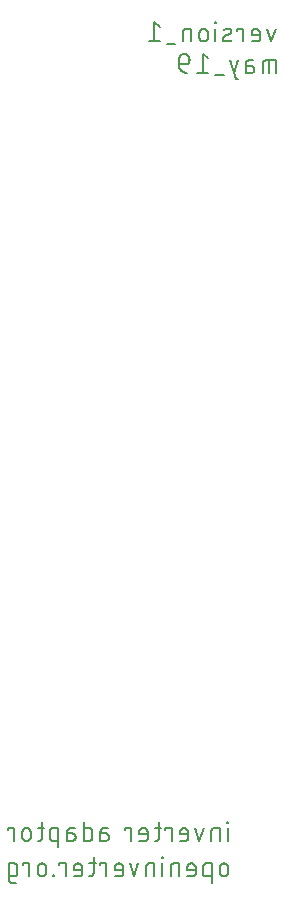
<source format=gbr>
G04 EAGLE Gerber RS-274X export*
G75*
%MOMM*%
%FSLAX34Y34*%
%LPD*%
%INSilkscreen Bottom*%
%IPPOS*%
%AMOC8*
5,1,8,0,0,1.08239X$1,22.5*%
G01*
%ADD10C,0.152400*%


D10*
X239238Y74374D02*
X239238Y77987D01*
X239236Y78106D01*
X239230Y78226D01*
X239220Y78345D01*
X239206Y78463D01*
X239189Y78582D01*
X239167Y78699D01*
X239142Y78816D01*
X239112Y78931D01*
X239079Y79046D01*
X239042Y79160D01*
X239002Y79272D01*
X238957Y79383D01*
X238909Y79492D01*
X238858Y79600D01*
X238803Y79706D01*
X238744Y79810D01*
X238682Y79912D01*
X238617Y80012D01*
X238548Y80110D01*
X238476Y80206D01*
X238401Y80299D01*
X238324Y80389D01*
X238243Y80477D01*
X238159Y80562D01*
X238072Y80644D01*
X237983Y80724D01*
X237891Y80800D01*
X237797Y80874D01*
X237700Y80944D01*
X237602Y81011D01*
X237501Y81075D01*
X237397Y81135D01*
X237292Y81192D01*
X237185Y81245D01*
X237077Y81295D01*
X236967Y81341D01*
X236855Y81383D01*
X236742Y81422D01*
X236628Y81457D01*
X236513Y81488D01*
X236396Y81516D01*
X236279Y81539D01*
X236162Y81559D01*
X236043Y81575D01*
X235924Y81587D01*
X235805Y81595D01*
X235686Y81599D01*
X235566Y81599D01*
X235447Y81595D01*
X235328Y81587D01*
X235209Y81575D01*
X235090Y81559D01*
X234973Y81539D01*
X234856Y81516D01*
X234739Y81488D01*
X234624Y81457D01*
X234510Y81422D01*
X234397Y81383D01*
X234285Y81341D01*
X234175Y81295D01*
X234067Y81245D01*
X233960Y81192D01*
X233855Y81135D01*
X233751Y81075D01*
X233650Y81011D01*
X233552Y80944D01*
X233455Y80874D01*
X233361Y80800D01*
X233269Y80724D01*
X233180Y80644D01*
X233093Y80562D01*
X233009Y80477D01*
X232928Y80389D01*
X232851Y80299D01*
X232776Y80206D01*
X232704Y80110D01*
X232635Y80012D01*
X232570Y79912D01*
X232508Y79810D01*
X232449Y79706D01*
X232394Y79600D01*
X232343Y79492D01*
X232295Y79383D01*
X232250Y79272D01*
X232210Y79160D01*
X232173Y79046D01*
X232140Y78931D01*
X232110Y78816D01*
X232085Y78699D01*
X232063Y78582D01*
X232046Y78463D01*
X232032Y78345D01*
X232022Y78226D01*
X232016Y78106D01*
X232014Y77987D01*
X232013Y77987D02*
X232013Y74374D01*
X232014Y74374D02*
X232016Y74255D01*
X232022Y74135D01*
X232032Y74016D01*
X232046Y73898D01*
X232063Y73779D01*
X232085Y73662D01*
X232110Y73545D01*
X232140Y73430D01*
X232173Y73315D01*
X232210Y73201D01*
X232250Y73089D01*
X232295Y72978D01*
X232343Y72869D01*
X232394Y72761D01*
X232449Y72655D01*
X232508Y72551D01*
X232570Y72449D01*
X232635Y72349D01*
X232704Y72251D01*
X232776Y72155D01*
X232851Y72062D01*
X232928Y71972D01*
X233009Y71884D01*
X233093Y71799D01*
X233180Y71717D01*
X233269Y71637D01*
X233361Y71561D01*
X233455Y71487D01*
X233552Y71417D01*
X233650Y71350D01*
X233751Y71286D01*
X233855Y71226D01*
X233960Y71169D01*
X234067Y71116D01*
X234175Y71066D01*
X234285Y71020D01*
X234397Y70978D01*
X234510Y70939D01*
X234624Y70904D01*
X234739Y70873D01*
X234856Y70845D01*
X234973Y70822D01*
X235090Y70802D01*
X235209Y70786D01*
X235328Y70774D01*
X235447Y70766D01*
X235566Y70762D01*
X235686Y70762D01*
X235805Y70766D01*
X235924Y70774D01*
X236043Y70786D01*
X236162Y70802D01*
X236279Y70822D01*
X236396Y70845D01*
X236513Y70873D01*
X236628Y70904D01*
X236742Y70939D01*
X236855Y70978D01*
X236967Y71020D01*
X237077Y71066D01*
X237185Y71116D01*
X237292Y71169D01*
X237397Y71226D01*
X237501Y71286D01*
X237602Y71350D01*
X237700Y71417D01*
X237797Y71487D01*
X237891Y71561D01*
X237983Y71637D01*
X238072Y71717D01*
X238159Y71799D01*
X238243Y71884D01*
X238324Y71972D01*
X238401Y72062D01*
X238476Y72155D01*
X238548Y72251D01*
X238617Y72349D01*
X238682Y72449D01*
X238744Y72551D01*
X238803Y72655D01*
X238858Y72761D01*
X238909Y72869D01*
X238957Y72978D01*
X239002Y73089D01*
X239042Y73201D01*
X239079Y73315D01*
X239112Y73430D01*
X239142Y73545D01*
X239167Y73662D01*
X239189Y73779D01*
X239206Y73898D01*
X239220Y74016D01*
X239230Y74135D01*
X239236Y74255D01*
X239238Y74374D01*
X225097Y81599D02*
X225097Y65343D01*
X225097Y81599D02*
X220581Y81599D01*
X220477Y81597D01*
X220374Y81591D01*
X220270Y81581D01*
X220167Y81567D01*
X220065Y81549D01*
X219964Y81528D01*
X219863Y81502D01*
X219764Y81473D01*
X219665Y81440D01*
X219568Y81403D01*
X219473Y81362D01*
X219379Y81318D01*
X219287Y81270D01*
X219197Y81219D01*
X219108Y81164D01*
X219022Y81106D01*
X218939Y81044D01*
X218857Y80980D01*
X218779Y80912D01*
X218703Y80842D01*
X218629Y80769D01*
X218559Y80692D01*
X218491Y80614D01*
X218427Y80532D01*
X218365Y80449D01*
X218307Y80363D01*
X218252Y80274D01*
X218201Y80184D01*
X218153Y80092D01*
X218109Y79998D01*
X218068Y79903D01*
X218031Y79806D01*
X217998Y79707D01*
X217969Y79608D01*
X217943Y79507D01*
X217922Y79406D01*
X217904Y79304D01*
X217890Y79201D01*
X217880Y79097D01*
X217874Y78994D01*
X217872Y78890D01*
X217872Y73471D01*
X217874Y73370D01*
X217880Y73269D01*
X217889Y73168D01*
X217902Y73067D01*
X217919Y72967D01*
X217940Y72868D01*
X217964Y72770D01*
X217992Y72673D01*
X218024Y72576D01*
X218059Y72481D01*
X218098Y72388D01*
X218140Y72296D01*
X218186Y72205D01*
X218235Y72116D01*
X218287Y72030D01*
X218343Y71945D01*
X218401Y71862D01*
X218463Y71782D01*
X218528Y71704D01*
X218595Y71628D01*
X218665Y71555D01*
X218738Y71485D01*
X218814Y71418D01*
X218892Y71353D01*
X218972Y71291D01*
X219055Y71233D01*
X219140Y71177D01*
X219227Y71125D01*
X219315Y71076D01*
X219406Y71030D01*
X219498Y70988D01*
X219591Y70949D01*
X219686Y70914D01*
X219783Y70882D01*
X219880Y70854D01*
X219978Y70830D01*
X220077Y70809D01*
X220177Y70792D01*
X220278Y70779D01*
X220379Y70770D01*
X220480Y70764D01*
X220581Y70762D01*
X225097Y70762D01*
X208914Y70762D02*
X204398Y70762D01*
X208914Y70762D02*
X209015Y70764D01*
X209116Y70770D01*
X209217Y70779D01*
X209318Y70792D01*
X209418Y70809D01*
X209517Y70830D01*
X209615Y70854D01*
X209712Y70882D01*
X209809Y70914D01*
X209904Y70949D01*
X209997Y70988D01*
X210089Y71030D01*
X210180Y71076D01*
X210269Y71125D01*
X210355Y71177D01*
X210440Y71233D01*
X210523Y71291D01*
X210603Y71353D01*
X210681Y71418D01*
X210757Y71485D01*
X210830Y71555D01*
X210900Y71628D01*
X210967Y71704D01*
X211032Y71782D01*
X211094Y71862D01*
X211152Y71945D01*
X211208Y72030D01*
X211260Y72116D01*
X211309Y72205D01*
X211355Y72296D01*
X211397Y72388D01*
X211436Y72481D01*
X211471Y72576D01*
X211503Y72673D01*
X211531Y72770D01*
X211555Y72868D01*
X211576Y72967D01*
X211593Y73067D01*
X211606Y73168D01*
X211615Y73269D01*
X211621Y73370D01*
X211623Y73471D01*
X211623Y77987D01*
X211622Y77987D02*
X211620Y78106D01*
X211614Y78226D01*
X211604Y78345D01*
X211590Y78463D01*
X211573Y78582D01*
X211551Y78699D01*
X211526Y78816D01*
X211496Y78931D01*
X211463Y79046D01*
X211426Y79160D01*
X211386Y79272D01*
X211341Y79383D01*
X211293Y79492D01*
X211242Y79600D01*
X211187Y79706D01*
X211128Y79810D01*
X211066Y79912D01*
X211001Y80012D01*
X210932Y80110D01*
X210860Y80206D01*
X210785Y80299D01*
X210708Y80389D01*
X210627Y80477D01*
X210543Y80562D01*
X210456Y80644D01*
X210367Y80724D01*
X210275Y80800D01*
X210181Y80874D01*
X210084Y80944D01*
X209986Y81011D01*
X209885Y81075D01*
X209781Y81135D01*
X209676Y81192D01*
X209569Y81245D01*
X209461Y81295D01*
X209351Y81341D01*
X209239Y81383D01*
X209126Y81422D01*
X209012Y81457D01*
X208897Y81488D01*
X208780Y81516D01*
X208663Y81539D01*
X208546Y81559D01*
X208427Y81575D01*
X208308Y81587D01*
X208189Y81595D01*
X208070Y81599D01*
X207950Y81599D01*
X207831Y81595D01*
X207712Y81587D01*
X207593Y81575D01*
X207474Y81559D01*
X207357Y81539D01*
X207240Y81516D01*
X207123Y81488D01*
X207008Y81457D01*
X206894Y81422D01*
X206781Y81383D01*
X206669Y81341D01*
X206559Y81295D01*
X206451Y81245D01*
X206344Y81192D01*
X206239Y81135D01*
X206135Y81075D01*
X206034Y81011D01*
X205936Y80944D01*
X205839Y80874D01*
X205745Y80800D01*
X205653Y80724D01*
X205564Y80644D01*
X205477Y80562D01*
X205393Y80477D01*
X205312Y80389D01*
X205235Y80299D01*
X205160Y80206D01*
X205088Y80110D01*
X205019Y80012D01*
X204954Y79912D01*
X204892Y79810D01*
X204833Y79706D01*
X204778Y79600D01*
X204727Y79492D01*
X204679Y79383D01*
X204634Y79272D01*
X204594Y79160D01*
X204557Y79046D01*
X204524Y78931D01*
X204494Y78816D01*
X204469Y78699D01*
X204447Y78582D01*
X204430Y78463D01*
X204416Y78345D01*
X204406Y78226D01*
X204400Y78106D01*
X204398Y77987D01*
X204398Y76181D01*
X211623Y76181D01*
X197555Y70762D02*
X197555Y81599D01*
X193039Y81599D01*
X192935Y81597D01*
X192832Y81591D01*
X192728Y81581D01*
X192625Y81567D01*
X192523Y81549D01*
X192422Y81528D01*
X192321Y81502D01*
X192222Y81473D01*
X192123Y81440D01*
X192026Y81403D01*
X191931Y81362D01*
X191837Y81318D01*
X191745Y81270D01*
X191655Y81219D01*
X191566Y81164D01*
X191480Y81106D01*
X191397Y81044D01*
X191315Y80980D01*
X191237Y80912D01*
X191161Y80842D01*
X191087Y80769D01*
X191017Y80692D01*
X190949Y80614D01*
X190885Y80532D01*
X190823Y80449D01*
X190765Y80363D01*
X190710Y80274D01*
X190659Y80184D01*
X190611Y80092D01*
X190567Y79998D01*
X190526Y79903D01*
X190489Y79806D01*
X190456Y79707D01*
X190427Y79608D01*
X190401Y79507D01*
X190380Y79406D01*
X190362Y79304D01*
X190348Y79201D01*
X190338Y79097D01*
X190332Y78994D01*
X190330Y78890D01*
X190330Y70762D01*
X183522Y70762D02*
X183522Y81599D01*
X183973Y86115D02*
X183973Y87018D01*
X183070Y87018D01*
X183070Y86115D01*
X183973Y86115D01*
X176713Y81599D02*
X176713Y70762D01*
X176713Y81599D02*
X172198Y81599D01*
X172094Y81597D01*
X171991Y81591D01*
X171887Y81581D01*
X171784Y81567D01*
X171682Y81549D01*
X171581Y81528D01*
X171480Y81502D01*
X171381Y81473D01*
X171282Y81440D01*
X171185Y81403D01*
X171090Y81362D01*
X170996Y81318D01*
X170904Y81270D01*
X170814Y81219D01*
X170725Y81164D01*
X170639Y81106D01*
X170556Y81044D01*
X170474Y80980D01*
X170396Y80912D01*
X170320Y80842D01*
X170246Y80769D01*
X170176Y80692D01*
X170108Y80614D01*
X170044Y80532D01*
X169982Y80449D01*
X169924Y80363D01*
X169869Y80274D01*
X169818Y80184D01*
X169770Y80092D01*
X169726Y79998D01*
X169685Y79903D01*
X169648Y79806D01*
X169615Y79707D01*
X169586Y79608D01*
X169560Y79507D01*
X169539Y79406D01*
X169521Y79304D01*
X169507Y79201D01*
X169497Y79097D01*
X169491Y78994D01*
X169489Y78890D01*
X169488Y78890D02*
X169488Y70762D01*
X159554Y70762D02*
X163166Y81599D01*
X155941Y81599D02*
X159554Y70762D01*
X147431Y70762D02*
X142915Y70762D01*
X147431Y70762D02*
X147532Y70764D01*
X147633Y70770D01*
X147734Y70779D01*
X147835Y70792D01*
X147935Y70809D01*
X148034Y70830D01*
X148132Y70854D01*
X148229Y70882D01*
X148326Y70914D01*
X148421Y70949D01*
X148514Y70988D01*
X148606Y71030D01*
X148697Y71076D01*
X148786Y71125D01*
X148872Y71177D01*
X148957Y71233D01*
X149040Y71291D01*
X149120Y71353D01*
X149198Y71418D01*
X149274Y71485D01*
X149347Y71555D01*
X149417Y71628D01*
X149484Y71704D01*
X149549Y71782D01*
X149611Y71862D01*
X149669Y71945D01*
X149725Y72030D01*
X149777Y72116D01*
X149826Y72205D01*
X149872Y72296D01*
X149914Y72388D01*
X149953Y72481D01*
X149988Y72576D01*
X150020Y72673D01*
X150048Y72770D01*
X150072Y72868D01*
X150093Y72967D01*
X150110Y73067D01*
X150123Y73168D01*
X150132Y73269D01*
X150138Y73370D01*
X150140Y73471D01*
X150140Y77987D01*
X150138Y78106D01*
X150132Y78226D01*
X150122Y78345D01*
X150108Y78463D01*
X150091Y78582D01*
X150069Y78699D01*
X150044Y78816D01*
X150014Y78931D01*
X149981Y79046D01*
X149944Y79160D01*
X149904Y79272D01*
X149859Y79383D01*
X149811Y79492D01*
X149760Y79600D01*
X149705Y79706D01*
X149646Y79810D01*
X149584Y79912D01*
X149519Y80012D01*
X149450Y80110D01*
X149378Y80206D01*
X149303Y80299D01*
X149226Y80389D01*
X149145Y80477D01*
X149061Y80562D01*
X148974Y80644D01*
X148885Y80724D01*
X148793Y80800D01*
X148699Y80874D01*
X148602Y80944D01*
X148504Y81011D01*
X148403Y81075D01*
X148299Y81135D01*
X148194Y81192D01*
X148087Y81245D01*
X147979Y81295D01*
X147869Y81341D01*
X147757Y81383D01*
X147644Y81422D01*
X147530Y81457D01*
X147415Y81488D01*
X147298Y81516D01*
X147181Y81539D01*
X147064Y81559D01*
X146945Y81575D01*
X146826Y81587D01*
X146707Y81595D01*
X146588Y81599D01*
X146468Y81599D01*
X146349Y81595D01*
X146230Y81587D01*
X146111Y81575D01*
X145992Y81559D01*
X145875Y81539D01*
X145758Y81516D01*
X145641Y81488D01*
X145526Y81457D01*
X145412Y81422D01*
X145299Y81383D01*
X145187Y81341D01*
X145077Y81295D01*
X144969Y81245D01*
X144862Y81192D01*
X144757Y81135D01*
X144653Y81075D01*
X144552Y81011D01*
X144454Y80944D01*
X144357Y80874D01*
X144263Y80800D01*
X144171Y80724D01*
X144082Y80644D01*
X143995Y80562D01*
X143911Y80477D01*
X143830Y80389D01*
X143753Y80299D01*
X143678Y80206D01*
X143606Y80110D01*
X143537Y80012D01*
X143472Y79912D01*
X143410Y79810D01*
X143351Y79706D01*
X143296Y79600D01*
X143245Y79492D01*
X143197Y79383D01*
X143152Y79272D01*
X143112Y79160D01*
X143075Y79046D01*
X143042Y78931D01*
X143012Y78816D01*
X142987Y78699D01*
X142965Y78582D01*
X142948Y78463D01*
X142934Y78345D01*
X142924Y78226D01*
X142918Y78106D01*
X142916Y77987D01*
X142915Y77987D02*
X142915Y76181D01*
X150140Y76181D01*
X135987Y70762D02*
X135987Y81599D01*
X130569Y81599D01*
X130569Y79793D01*
X126949Y81599D02*
X121530Y81599D01*
X125142Y87018D02*
X125142Y73471D01*
X125140Y73370D01*
X125134Y73269D01*
X125125Y73168D01*
X125112Y73067D01*
X125095Y72967D01*
X125074Y72868D01*
X125050Y72770D01*
X125022Y72673D01*
X124990Y72576D01*
X124955Y72481D01*
X124916Y72388D01*
X124874Y72296D01*
X124828Y72205D01*
X124779Y72116D01*
X124727Y72030D01*
X124671Y71945D01*
X124613Y71862D01*
X124551Y71782D01*
X124486Y71704D01*
X124419Y71628D01*
X124349Y71555D01*
X124276Y71485D01*
X124200Y71418D01*
X124122Y71353D01*
X124042Y71291D01*
X123959Y71233D01*
X123874Y71177D01*
X123787Y71125D01*
X123699Y71076D01*
X123608Y71030D01*
X123516Y70988D01*
X123423Y70949D01*
X123328Y70914D01*
X123231Y70882D01*
X123134Y70854D01*
X123036Y70830D01*
X122937Y70809D01*
X122837Y70792D01*
X122736Y70779D01*
X122635Y70770D01*
X122534Y70764D01*
X122433Y70762D01*
X121530Y70762D01*
X113042Y70762D02*
X108527Y70762D01*
X113042Y70762D02*
X113143Y70764D01*
X113244Y70770D01*
X113345Y70779D01*
X113446Y70792D01*
X113546Y70809D01*
X113645Y70830D01*
X113743Y70854D01*
X113840Y70882D01*
X113937Y70914D01*
X114032Y70949D01*
X114125Y70988D01*
X114217Y71030D01*
X114308Y71076D01*
X114396Y71125D01*
X114483Y71177D01*
X114568Y71233D01*
X114651Y71291D01*
X114731Y71353D01*
X114809Y71418D01*
X114885Y71485D01*
X114958Y71555D01*
X115028Y71628D01*
X115095Y71704D01*
X115160Y71782D01*
X115222Y71862D01*
X115280Y71945D01*
X115336Y72030D01*
X115388Y72116D01*
X115437Y72205D01*
X115483Y72296D01*
X115525Y72388D01*
X115564Y72481D01*
X115599Y72576D01*
X115631Y72673D01*
X115659Y72770D01*
X115683Y72868D01*
X115704Y72967D01*
X115721Y73067D01*
X115734Y73168D01*
X115743Y73269D01*
X115749Y73370D01*
X115751Y73471D01*
X115751Y77987D01*
X115749Y78106D01*
X115743Y78226D01*
X115733Y78345D01*
X115719Y78463D01*
X115702Y78582D01*
X115680Y78699D01*
X115655Y78816D01*
X115625Y78931D01*
X115592Y79046D01*
X115555Y79160D01*
X115515Y79272D01*
X115470Y79383D01*
X115422Y79492D01*
X115371Y79600D01*
X115316Y79706D01*
X115257Y79810D01*
X115195Y79912D01*
X115130Y80012D01*
X115061Y80110D01*
X114989Y80206D01*
X114914Y80299D01*
X114837Y80389D01*
X114756Y80477D01*
X114672Y80562D01*
X114585Y80644D01*
X114496Y80724D01*
X114404Y80800D01*
X114310Y80874D01*
X114213Y80944D01*
X114115Y81011D01*
X114014Y81075D01*
X113910Y81135D01*
X113805Y81192D01*
X113698Y81245D01*
X113590Y81295D01*
X113480Y81341D01*
X113368Y81383D01*
X113255Y81422D01*
X113141Y81457D01*
X113026Y81488D01*
X112909Y81516D01*
X112792Y81539D01*
X112675Y81559D01*
X112556Y81575D01*
X112437Y81587D01*
X112318Y81595D01*
X112199Y81599D01*
X112079Y81599D01*
X111960Y81595D01*
X111841Y81587D01*
X111722Y81575D01*
X111603Y81559D01*
X111486Y81539D01*
X111369Y81516D01*
X111252Y81488D01*
X111137Y81457D01*
X111023Y81422D01*
X110910Y81383D01*
X110798Y81341D01*
X110688Y81295D01*
X110580Y81245D01*
X110473Y81192D01*
X110368Y81135D01*
X110264Y81075D01*
X110163Y81011D01*
X110065Y80944D01*
X109968Y80874D01*
X109874Y80800D01*
X109782Y80724D01*
X109693Y80644D01*
X109606Y80562D01*
X109522Y80477D01*
X109441Y80389D01*
X109364Y80299D01*
X109289Y80206D01*
X109217Y80110D01*
X109148Y80012D01*
X109083Y79912D01*
X109021Y79810D01*
X108962Y79706D01*
X108907Y79600D01*
X108856Y79492D01*
X108808Y79383D01*
X108763Y79272D01*
X108723Y79160D01*
X108686Y79046D01*
X108653Y78931D01*
X108623Y78816D01*
X108598Y78699D01*
X108576Y78582D01*
X108559Y78463D01*
X108545Y78345D01*
X108535Y78226D01*
X108529Y78106D01*
X108527Y77987D01*
X108527Y76181D01*
X115751Y76181D01*
X101599Y81599D02*
X101599Y70762D01*
X101599Y81599D02*
X96180Y81599D01*
X96180Y79793D01*
X91749Y71665D02*
X91749Y70762D01*
X91749Y71665D02*
X90846Y71665D01*
X90846Y70762D01*
X91749Y70762D01*
X85010Y74374D02*
X85010Y77987D01*
X85008Y78106D01*
X85002Y78226D01*
X84992Y78345D01*
X84978Y78463D01*
X84961Y78582D01*
X84939Y78699D01*
X84914Y78816D01*
X84884Y78931D01*
X84851Y79046D01*
X84814Y79160D01*
X84774Y79272D01*
X84729Y79383D01*
X84681Y79492D01*
X84630Y79600D01*
X84575Y79706D01*
X84516Y79810D01*
X84454Y79912D01*
X84389Y80012D01*
X84320Y80110D01*
X84248Y80206D01*
X84173Y80299D01*
X84096Y80389D01*
X84015Y80477D01*
X83931Y80562D01*
X83844Y80644D01*
X83755Y80724D01*
X83663Y80800D01*
X83569Y80874D01*
X83472Y80944D01*
X83374Y81011D01*
X83273Y81075D01*
X83169Y81135D01*
X83064Y81192D01*
X82957Y81245D01*
X82849Y81295D01*
X82739Y81341D01*
X82627Y81383D01*
X82514Y81422D01*
X82400Y81457D01*
X82285Y81488D01*
X82168Y81516D01*
X82051Y81539D01*
X81934Y81559D01*
X81815Y81575D01*
X81696Y81587D01*
X81577Y81595D01*
X81458Y81599D01*
X81338Y81599D01*
X81219Y81595D01*
X81100Y81587D01*
X80981Y81575D01*
X80862Y81559D01*
X80745Y81539D01*
X80628Y81516D01*
X80511Y81488D01*
X80396Y81457D01*
X80282Y81422D01*
X80169Y81383D01*
X80057Y81341D01*
X79947Y81295D01*
X79839Y81245D01*
X79732Y81192D01*
X79627Y81135D01*
X79523Y81075D01*
X79422Y81011D01*
X79324Y80944D01*
X79227Y80874D01*
X79133Y80800D01*
X79041Y80724D01*
X78952Y80644D01*
X78865Y80562D01*
X78781Y80477D01*
X78700Y80389D01*
X78623Y80299D01*
X78548Y80206D01*
X78476Y80110D01*
X78407Y80012D01*
X78342Y79912D01*
X78280Y79810D01*
X78221Y79706D01*
X78166Y79600D01*
X78115Y79492D01*
X78067Y79383D01*
X78022Y79272D01*
X77982Y79160D01*
X77945Y79046D01*
X77912Y78931D01*
X77882Y78816D01*
X77857Y78699D01*
X77835Y78582D01*
X77818Y78463D01*
X77804Y78345D01*
X77794Y78226D01*
X77788Y78106D01*
X77786Y77987D01*
X77785Y77987D02*
X77785Y74374D01*
X77786Y74374D02*
X77788Y74255D01*
X77794Y74135D01*
X77804Y74016D01*
X77818Y73898D01*
X77835Y73779D01*
X77857Y73662D01*
X77882Y73545D01*
X77912Y73430D01*
X77945Y73315D01*
X77982Y73201D01*
X78022Y73089D01*
X78067Y72978D01*
X78115Y72869D01*
X78166Y72761D01*
X78221Y72655D01*
X78280Y72551D01*
X78342Y72449D01*
X78407Y72349D01*
X78476Y72251D01*
X78548Y72155D01*
X78623Y72062D01*
X78700Y71972D01*
X78781Y71884D01*
X78865Y71799D01*
X78952Y71717D01*
X79041Y71637D01*
X79133Y71561D01*
X79227Y71487D01*
X79324Y71417D01*
X79422Y71350D01*
X79523Y71286D01*
X79627Y71226D01*
X79732Y71169D01*
X79839Y71116D01*
X79947Y71066D01*
X80057Y71020D01*
X80169Y70978D01*
X80282Y70939D01*
X80396Y70904D01*
X80511Y70873D01*
X80628Y70845D01*
X80745Y70822D01*
X80862Y70802D01*
X80981Y70786D01*
X81100Y70774D01*
X81219Y70766D01*
X81338Y70762D01*
X81458Y70762D01*
X81577Y70766D01*
X81696Y70774D01*
X81815Y70786D01*
X81934Y70802D01*
X82051Y70822D01*
X82168Y70845D01*
X82285Y70873D01*
X82400Y70904D01*
X82514Y70939D01*
X82627Y70978D01*
X82739Y71020D01*
X82849Y71066D01*
X82957Y71116D01*
X83064Y71169D01*
X83169Y71226D01*
X83273Y71286D01*
X83374Y71350D01*
X83472Y71417D01*
X83569Y71487D01*
X83663Y71561D01*
X83755Y71637D01*
X83844Y71717D01*
X83931Y71799D01*
X84015Y71884D01*
X84096Y71972D01*
X84173Y72062D01*
X84248Y72155D01*
X84320Y72251D01*
X84389Y72349D01*
X84454Y72449D01*
X84516Y72551D01*
X84575Y72655D01*
X84630Y72761D01*
X84681Y72869D01*
X84729Y72978D01*
X84774Y73089D01*
X84814Y73201D01*
X84851Y73315D01*
X84884Y73430D01*
X84914Y73545D01*
X84939Y73662D01*
X84961Y73779D01*
X84978Y73898D01*
X84992Y74016D01*
X85002Y74135D01*
X85008Y74255D01*
X85010Y74374D01*
X70857Y70762D02*
X70857Y81599D01*
X65438Y81599D01*
X65438Y79793D01*
X57885Y70762D02*
X53370Y70762D01*
X57885Y70762D02*
X57986Y70764D01*
X58087Y70770D01*
X58188Y70779D01*
X58289Y70792D01*
X58389Y70809D01*
X58488Y70830D01*
X58586Y70854D01*
X58683Y70882D01*
X58780Y70914D01*
X58875Y70949D01*
X58968Y70988D01*
X59060Y71030D01*
X59151Y71076D01*
X59239Y71125D01*
X59326Y71177D01*
X59411Y71233D01*
X59494Y71291D01*
X59574Y71353D01*
X59652Y71418D01*
X59728Y71485D01*
X59801Y71555D01*
X59871Y71628D01*
X59938Y71704D01*
X60003Y71782D01*
X60065Y71862D01*
X60123Y71945D01*
X60179Y72030D01*
X60231Y72116D01*
X60280Y72205D01*
X60326Y72296D01*
X60368Y72388D01*
X60407Y72481D01*
X60442Y72576D01*
X60474Y72673D01*
X60502Y72770D01*
X60526Y72868D01*
X60547Y72967D01*
X60564Y73067D01*
X60577Y73168D01*
X60586Y73269D01*
X60592Y73370D01*
X60594Y73471D01*
X60594Y78890D01*
X60592Y78991D01*
X60586Y79092D01*
X60577Y79193D01*
X60564Y79294D01*
X60547Y79394D01*
X60526Y79493D01*
X60502Y79591D01*
X60474Y79688D01*
X60442Y79785D01*
X60407Y79880D01*
X60368Y79973D01*
X60326Y80065D01*
X60280Y80156D01*
X60231Y80245D01*
X60179Y80331D01*
X60123Y80416D01*
X60065Y80499D01*
X60003Y80579D01*
X59938Y80657D01*
X59871Y80733D01*
X59801Y80806D01*
X59728Y80876D01*
X59652Y80943D01*
X59574Y81008D01*
X59494Y81070D01*
X59411Y81128D01*
X59326Y81184D01*
X59240Y81236D01*
X59151Y81285D01*
X59060Y81331D01*
X58968Y81373D01*
X58875Y81412D01*
X58780Y81447D01*
X58683Y81479D01*
X58586Y81507D01*
X58488Y81531D01*
X58389Y81552D01*
X58289Y81569D01*
X58188Y81582D01*
X58087Y81591D01*
X57986Y81597D01*
X57885Y81599D01*
X53370Y81599D01*
X53370Y68053D01*
X53372Y67952D01*
X53378Y67851D01*
X53387Y67750D01*
X53400Y67649D01*
X53417Y67549D01*
X53438Y67450D01*
X53462Y67352D01*
X53490Y67255D01*
X53522Y67158D01*
X53557Y67063D01*
X53596Y66970D01*
X53638Y66878D01*
X53684Y66787D01*
X53733Y66699D01*
X53785Y66612D01*
X53841Y66527D01*
X53899Y66444D01*
X53961Y66364D01*
X54026Y66286D01*
X54093Y66210D01*
X54163Y66137D01*
X54236Y66067D01*
X54312Y66000D01*
X54390Y65935D01*
X54470Y65873D01*
X54553Y65815D01*
X54638Y65759D01*
X54725Y65707D01*
X54813Y65658D01*
X54904Y65612D01*
X54996Y65570D01*
X55089Y65531D01*
X55184Y65496D01*
X55281Y65464D01*
X55378Y65436D01*
X55476Y65412D01*
X55575Y65391D01*
X55675Y65374D01*
X55776Y65361D01*
X55877Y65352D01*
X55978Y65346D01*
X56079Y65344D01*
X56079Y65343D02*
X59691Y65343D01*
X238786Y100762D02*
X238786Y111599D01*
X239238Y116115D02*
X239238Y117018D01*
X238335Y117018D01*
X238335Y116115D01*
X239238Y116115D01*
X231978Y111599D02*
X231978Y100762D01*
X231978Y111599D02*
X227463Y111599D01*
X227359Y111597D01*
X227256Y111591D01*
X227152Y111581D01*
X227049Y111567D01*
X226947Y111549D01*
X226846Y111528D01*
X226745Y111502D01*
X226646Y111473D01*
X226547Y111440D01*
X226450Y111403D01*
X226355Y111362D01*
X226261Y111318D01*
X226169Y111270D01*
X226079Y111219D01*
X225990Y111164D01*
X225904Y111106D01*
X225821Y111044D01*
X225739Y110980D01*
X225661Y110912D01*
X225585Y110842D01*
X225511Y110769D01*
X225441Y110692D01*
X225373Y110614D01*
X225309Y110532D01*
X225247Y110449D01*
X225189Y110363D01*
X225134Y110274D01*
X225083Y110184D01*
X225035Y110092D01*
X224991Y109998D01*
X224950Y109903D01*
X224913Y109806D01*
X224880Y109707D01*
X224851Y109608D01*
X224825Y109507D01*
X224804Y109406D01*
X224786Y109304D01*
X224772Y109201D01*
X224762Y109097D01*
X224756Y108994D01*
X224754Y108890D01*
X224753Y108890D02*
X224753Y100762D01*
X214819Y100762D02*
X218431Y111599D01*
X211206Y111599D02*
X214819Y100762D01*
X202696Y100762D02*
X198180Y100762D01*
X202696Y100762D02*
X202797Y100764D01*
X202898Y100770D01*
X202999Y100779D01*
X203100Y100792D01*
X203200Y100809D01*
X203299Y100830D01*
X203397Y100854D01*
X203494Y100882D01*
X203591Y100914D01*
X203686Y100949D01*
X203779Y100988D01*
X203871Y101030D01*
X203962Y101076D01*
X204051Y101125D01*
X204137Y101177D01*
X204222Y101233D01*
X204305Y101291D01*
X204385Y101353D01*
X204463Y101418D01*
X204539Y101485D01*
X204612Y101555D01*
X204682Y101628D01*
X204749Y101704D01*
X204814Y101782D01*
X204876Y101862D01*
X204934Y101945D01*
X204990Y102030D01*
X205042Y102116D01*
X205091Y102205D01*
X205137Y102296D01*
X205179Y102388D01*
X205218Y102481D01*
X205253Y102576D01*
X205285Y102673D01*
X205313Y102770D01*
X205337Y102868D01*
X205358Y102967D01*
X205375Y103067D01*
X205388Y103168D01*
X205397Y103269D01*
X205403Y103370D01*
X205405Y103471D01*
X205405Y107987D01*
X205403Y108106D01*
X205397Y108226D01*
X205387Y108345D01*
X205373Y108463D01*
X205356Y108582D01*
X205334Y108699D01*
X205309Y108816D01*
X205279Y108931D01*
X205246Y109046D01*
X205209Y109160D01*
X205169Y109272D01*
X205124Y109383D01*
X205076Y109492D01*
X205025Y109600D01*
X204970Y109706D01*
X204911Y109810D01*
X204849Y109912D01*
X204784Y110012D01*
X204715Y110110D01*
X204643Y110206D01*
X204568Y110299D01*
X204491Y110389D01*
X204410Y110477D01*
X204326Y110562D01*
X204239Y110644D01*
X204150Y110724D01*
X204058Y110800D01*
X203964Y110874D01*
X203867Y110944D01*
X203769Y111011D01*
X203668Y111075D01*
X203564Y111135D01*
X203459Y111192D01*
X203352Y111245D01*
X203244Y111295D01*
X203134Y111341D01*
X203022Y111383D01*
X202909Y111422D01*
X202795Y111457D01*
X202680Y111488D01*
X202563Y111516D01*
X202446Y111539D01*
X202329Y111559D01*
X202210Y111575D01*
X202091Y111587D01*
X201972Y111595D01*
X201853Y111599D01*
X201733Y111599D01*
X201614Y111595D01*
X201495Y111587D01*
X201376Y111575D01*
X201257Y111559D01*
X201140Y111539D01*
X201023Y111516D01*
X200906Y111488D01*
X200791Y111457D01*
X200677Y111422D01*
X200564Y111383D01*
X200452Y111341D01*
X200342Y111295D01*
X200234Y111245D01*
X200127Y111192D01*
X200022Y111135D01*
X199918Y111075D01*
X199817Y111011D01*
X199719Y110944D01*
X199622Y110874D01*
X199528Y110800D01*
X199436Y110724D01*
X199347Y110644D01*
X199260Y110562D01*
X199176Y110477D01*
X199095Y110389D01*
X199018Y110299D01*
X198943Y110206D01*
X198871Y110110D01*
X198802Y110012D01*
X198737Y109912D01*
X198675Y109810D01*
X198616Y109706D01*
X198561Y109600D01*
X198510Y109492D01*
X198462Y109383D01*
X198417Y109272D01*
X198377Y109160D01*
X198340Y109046D01*
X198307Y108931D01*
X198277Y108816D01*
X198252Y108699D01*
X198230Y108582D01*
X198213Y108463D01*
X198199Y108345D01*
X198189Y108226D01*
X198183Y108106D01*
X198181Y107987D01*
X198180Y107987D02*
X198180Y106181D01*
X205405Y106181D01*
X191252Y100762D02*
X191252Y111599D01*
X185833Y111599D01*
X185833Y109793D01*
X182213Y111599D02*
X176795Y111599D01*
X180407Y117018D02*
X180407Y103471D01*
X180405Y103370D01*
X180399Y103269D01*
X180390Y103168D01*
X180377Y103067D01*
X180360Y102967D01*
X180339Y102868D01*
X180315Y102770D01*
X180287Y102673D01*
X180255Y102576D01*
X180220Y102481D01*
X180181Y102388D01*
X180139Y102296D01*
X180093Y102205D01*
X180044Y102116D01*
X179992Y102030D01*
X179936Y101945D01*
X179878Y101862D01*
X179816Y101782D01*
X179751Y101704D01*
X179684Y101628D01*
X179614Y101555D01*
X179541Y101485D01*
X179465Y101418D01*
X179387Y101353D01*
X179307Y101291D01*
X179224Y101233D01*
X179139Y101177D01*
X179053Y101125D01*
X178964Y101076D01*
X178873Y101030D01*
X178781Y100988D01*
X178688Y100949D01*
X178593Y100914D01*
X178496Y100882D01*
X178399Y100854D01*
X178301Y100830D01*
X178202Y100809D01*
X178102Y100792D01*
X178001Y100779D01*
X177900Y100770D01*
X177799Y100764D01*
X177698Y100762D01*
X176795Y100762D01*
X168307Y100762D02*
X163792Y100762D01*
X168307Y100762D02*
X168408Y100764D01*
X168509Y100770D01*
X168610Y100779D01*
X168711Y100792D01*
X168811Y100809D01*
X168910Y100830D01*
X169008Y100854D01*
X169105Y100882D01*
X169202Y100914D01*
X169297Y100949D01*
X169390Y100988D01*
X169482Y101030D01*
X169573Y101076D01*
X169662Y101125D01*
X169748Y101177D01*
X169833Y101233D01*
X169916Y101291D01*
X169996Y101353D01*
X170074Y101418D01*
X170150Y101485D01*
X170223Y101555D01*
X170293Y101628D01*
X170360Y101704D01*
X170425Y101782D01*
X170487Y101862D01*
X170545Y101945D01*
X170601Y102030D01*
X170653Y102116D01*
X170702Y102205D01*
X170748Y102296D01*
X170790Y102388D01*
X170829Y102481D01*
X170864Y102576D01*
X170896Y102673D01*
X170924Y102770D01*
X170948Y102868D01*
X170969Y102967D01*
X170986Y103067D01*
X170999Y103168D01*
X171008Y103269D01*
X171014Y103370D01*
X171016Y103471D01*
X171016Y107987D01*
X171014Y108106D01*
X171008Y108226D01*
X170998Y108345D01*
X170984Y108463D01*
X170967Y108582D01*
X170945Y108699D01*
X170920Y108816D01*
X170890Y108931D01*
X170857Y109046D01*
X170820Y109160D01*
X170780Y109272D01*
X170735Y109383D01*
X170687Y109492D01*
X170636Y109600D01*
X170581Y109706D01*
X170522Y109810D01*
X170460Y109912D01*
X170395Y110012D01*
X170326Y110110D01*
X170254Y110206D01*
X170179Y110299D01*
X170102Y110389D01*
X170021Y110477D01*
X169937Y110562D01*
X169850Y110644D01*
X169761Y110724D01*
X169669Y110800D01*
X169575Y110874D01*
X169478Y110944D01*
X169380Y111011D01*
X169279Y111075D01*
X169175Y111135D01*
X169070Y111192D01*
X168963Y111245D01*
X168855Y111295D01*
X168745Y111341D01*
X168633Y111383D01*
X168520Y111422D01*
X168406Y111457D01*
X168291Y111488D01*
X168174Y111516D01*
X168057Y111539D01*
X167940Y111559D01*
X167821Y111575D01*
X167702Y111587D01*
X167583Y111595D01*
X167464Y111599D01*
X167344Y111599D01*
X167225Y111595D01*
X167106Y111587D01*
X166987Y111575D01*
X166868Y111559D01*
X166751Y111539D01*
X166634Y111516D01*
X166517Y111488D01*
X166402Y111457D01*
X166288Y111422D01*
X166175Y111383D01*
X166063Y111341D01*
X165953Y111295D01*
X165845Y111245D01*
X165738Y111192D01*
X165633Y111135D01*
X165529Y111075D01*
X165428Y111011D01*
X165330Y110944D01*
X165233Y110874D01*
X165139Y110800D01*
X165047Y110724D01*
X164958Y110644D01*
X164871Y110562D01*
X164787Y110477D01*
X164706Y110389D01*
X164629Y110299D01*
X164554Y110206D01*
X164482Y110110D01*
X164413Y110012D01*
X164348Y109912D01*
X164286Y109810D01*
X164227Y109706D01*
X164172Y109600D01*
X164121Y109492D01*
X164073Y109383D01*
X164028Y109272D01*
X163988Y109160D01*
X163951Y109046D01*
X163918Y108931D01*
X163888Y108816D01*
X163863Y108699D01*
X163841Y108582D01*
X163824Y108463D01*
X163810Y108345D01*
X163800Y108226D01*
X163794Y108106D01*
X163792Y107987D01*
X163792Y106181D01*
X171016Y106181D01*
X156863Y100762D02*
X156863Y111599D01*
X151445Y111599D01*
X151445Y109793D01*
X135103Y107084D02*
X131039Y107084D01*
X135103Y107084D02*
X135215Y107082D01*
X135326Y107076D01*
X135437Y107066D01*
X135548Y107053D01*
X135658Y107035D01*
X135767Y107013D01*
X135876Y106988D01*
X135984Y106959D01*
X136090Y106926D01*
X136196Y106889D01*
X136300Y106849D01*
X136402Y106805D01*
X136503Y106757D01*
X136602Y106706D01*
X136700Y106651D01*
X136795Y106593D01*
X136888Y106532D01*
X136979Y106467D01*
X137068Y106399D01*
X137154Y106328D01*
X137237Y106255D01*
X137318Y106178D01*
X137397Y106098D01*
X137472Y106016D01*
X137544Y105931D01*
X137614Y105844D01*
X137680Y105754D01*
X137743Y105662D01*
X137803Y105567D01*
X137859Y105471D01*
X137912Y105373D01*
X137961Y105273D01*
X138007Y105171D01*
X138049Y105068D01*
X138088Y104963D01*
X138123Y104857D01*
X138154Y104750D01*
X138181Y104642D01*
X138205Y104533D01*
X138224Y104423D01*
X138240Y104313D01*
X138252Y104202D01*
X138260Y104090D01*
X138264Y103979D01*
X138264Y103867D01*
X138260Y103756D01*
X138252Y103644D01*
X138240Y103533D01*
X138224Y103423D01*
X138205Y103313D01*
X138181Y103204D01*
X138154Y103096D01*
X138123Y102989D01*
X138088Y102883D01*
X138049Y102778D01*
X138007Y102675D01*
X137961Y102573D01*
X137912Y102473D01*
X137859Y102375D01*
X137803Y102279D01*
X137743Y102184D01*
X137680Y102092D01*
X137614Y102002D01*
X137544Y101915D01*
X137472Y101830D01*
X137397Y101748D01*
X137318Y101668D01*
X137237Y101591D01*
X137154Y101518D01*
X137068Y101447D01*
X136979Y101379D01*
X136888Y101314D01*
X136795Y101253D01*
X136700Y101195D01*
X136602Y101140D01*
X136503Y101089D01*
X136402Y101041D01*
X136300Y100997D01*
X136196Y100957D01*
X136090Y100920D01*
X135984Y100887D01*
X135876Y100858D01*
X135767Y100833D01*
X135658Y100811D01*
X135548Y100793D01*
X135437Y100780D01*
X135326Y100770D01*
X135215Y100764D01*
X135103Y100762D01*
X131039Y100762D01*
X131039Y108890D01*
X131040Y108890D02*
X131042Y108991D01*
X131048Y109092D01*
X131057Y109193D01*
X131070Y109294D01*
X131087Y109394D01*
X131108Y109493D01*
X131132Y109591D01*
X131160Y109688D01*
X131192Y109785D01*
X131227Y109880D01*
X131266Y109973D01*
X131308Y110065D01*
X131354Y110156D01*
X131403Y110245D01*
X131455Y110331D01*
X131511Y110416D01*
X131569Y110499D01*
X131631Y110579D01*
X131696Y110657D01*
X131763Y110733D01*
X131833Y110806D01*
X131906Y110876D01*
X131982Y110943D01*
X132060Y111008D01*
X132140Y111070D01*
X132223Y111128D01*
X132308Y111184D01*
X132395Y111236D01*
X132483Y111285D01*
X132574Y111331D01*
X132666Y111373D01*
X132759Y111412D01*
X132854Y111447D01*
X132951Y111479D01*
X133048Y111507D01*
X133146Y111531D01*
X133245Y111552D01*
X133345Y111569D01*
X133446Y111582D01*
X133547Y111591D01*
X133648Y111597D01*
X133749Y111599D01*
X137361Y111599D01*
X116971Y117018D02*
X116971Y100762D01*
X121487Y100762D01*
X121588Y100764D01*
X121689Y100770D01*
X121790Y100779D01*
X121891Y100792D01*
X121991Y100809D01*
X122090Y100830D01*
X122188Y100854D01*
X122285Y100882D01*
X122382Y100914D01*
X122477Y100949D01*
X122570Y100988D01*
X122662Y101030D01*
X122753Y101076D01*
X122841Y101125D01*
X122928Y101177D01*
X123013Y101233D01*
X123096Y101291D01*
X123176Y101353D01*
X123254Y101418D01*
X123330Y101485D01*
X123403Y101555D01*
X123473Y101628D01*
X123540Y101704D01*
X123605Y101782D01*
X123667Y101862D01*
X123725Y101945D01*
X123781Y102030D01*
X123833Y102116D01*
X123882Y102205D01*
X123928Y102296D01*
X123970Y102388D01*
X124009Y102481D01*
X124044Y102576D01*
X124076Y102673D01*
X124104Y102770D01*
X124128Y102868D01*
X124149Y102967D01*
X124166Y103067D01*
X124179Y103168D01*
X124188Y103269D01*
X124194Y103370D01*
X124196Y103471D01*
X124196Y108890D01*
X124194Y108991D01*
X124188Y109092D01*
X124179Y109193D01*
X124166Y109294D01*
X124149Y109394D01*
X124128Y109493D01*
X124104Y109591D01*
X124076Y109688D01*
X124044Y109785D01*
X124009Y109880D01*
X123970Y109973D01*
X123928Y110065D01*
X123882Y110156D01*
X123833Y110245D01*
X123781Y110331D01*
X123725Y110416D01*
X123667Y110499D01*
X123605Y110579D01*
X123540Y110657D01*
X123473Y110733D01*
X123403Y110806D01*
X123330Y110876D01*
X123254Y110943D01*
X123176Y111008D01*
X123096Y111070D01*
X123013Y111128D01*
X122928Y111184D01*
X122842Y111236D01*
X122753Y111285D01*
X122662Y111331D01*
X122570Y111373D01*
X122477Y111412D01*
X122382Y111447D01*
X122285Y111479D01*
X122188Y111507D01*
X122090Y111531D01*
X121991Y111552D01*
X121891Y111569D01*
X121790Y111582D01*
X121689Y111591D01*
X121588Y111597D01*
X121487Y111599D01*
X116971Y111599D01*
X106967Y107084D02*
X102903Y107084D01*
X106967Y107084D02*
X107079Y107082D01*
X107190Y107076D01*
X107301Y107066D01*
X107412Y107053D01*
X107522Y107035D01*
X107631Y107013D01*
X107740Y106988D01*
X107848Y106959D01*
X107954Y106926D01*
X108060Y106889D01*
X108164Y106849D01*
X108266Y106805D01*
X108367Y106757D01*
X108466Y106706D01*
X108564Y106651D01*
X108659Y106593D01*
X108752Y106532D01*
X108843Y106467D01*
X108932Y106399D01*
X109018Y106328D01*
X109101Y106255D01*
X109182Y106178D01*
X109261Y106098D01*
X109336Y106016D01*
X109408Y105931D01*
X109478Y105844D01*
X109544Y105754D01*
X109607Y105662D01*
X109667Y105567D01*
X109723Y105471D01*
X109776Y105373D01*
X109825Y105273D01*
X109871Y105171D01*
X109913Y105068D01*
X109952Y104963D01*
X109987Y104857D01*
X110018Y104750D01*
X110045Y104642D01*
X110069Y104533D01*
X110088Y104423D01*
X110104Y104313D01*
X110116Y104202D01*
X110124Y104090D01*
X110128Y103979D01*
X110128Y103867D01*
X110124Y103756D01*
X110116Y103644D01*
X110104Y103533D01*
X110088Y103423D01*
X110069Y103313D01*
X110045Y103204D01*
X110018Y103096D01*
X109987Y102989D01*
X109952Y102883D01*
X109913Y102778D01*
X109871Y102675D01*
X109825Y102573D01*
X109776Y102473D01*
X109723Y102375D01*
X109667Y102279D01*
X109607Y102184D01*
X109544Y102092D01*
X109478Y102002D01*
X109408Y101915D01*
X109336Y101830D01*
X109261Y101748D01*
X109182Y101668D01*
X109101Y101591D01*
X109018Y101518D01*
X108932Y101447D01*
X108843Y101379D01*
X108752Y101314D01*
X108659Y101253D01*
X108564Y101195D01*
X108466Y101140D01*
X108367Y101089D01*
X108266Y101041D01*
X108164Y100997D01*
X108060Y100957D01*
X107954Y100920D01*
X107848Y100887D01*
X107740Y100858D01*
X107631Y100833D01*
X107522Y100811D01*
X107412Y100793D01*
X107301Y100780D01*
X107190Y100770D01*
X107079Y100764D01*
X106967Y100762D01*
X102903Y100762D01*
X102903Y108890D01*
X102905Y108991D01*
X102911Y109092D01*
X102920Y109193D01*
X102933Y109294D01*
X102950Y109394D01*
X102971Y109493D01*
X102995Y109591D01*
X103023Y109688D01*
X103055Y109785D01*
X103090Y109880D01*
X103129Y109973D01*
X103171Y110065D01*
X103217Y110156D01*
X103266Y110245D01*
X103318Y110331D01*
X103374Y110416D01*
X103432Y110499D01*
X103494Y110579D01*
X103559Y110657D01*
X103626Y110733D01*
X103696Y110806D01*
X103769Y110876D01*
X103845Y110943D01*
X103923Y111008D01*
X104003Y111070D01*
X104086Y111128D01*
X104171Y111184D01*
X104258Y111236D01*
X104346Y111285D01*
X104437Y111331D01*
X104529Y111373D01*
X104622Y111412D01*
X104717Y111447D01*
X104814Y111479D01*
X104911Y111507D01*
X105009Y111531D01*
X105108Y111552D01*
X105208Y111569D01*
X105309Y111582D01*
X105410Y111591D01*
X105511Y111597D01*
X105612Y111599D01*
X109225Y111599D01*
X95392Y111599D02*
X95392Y95343D01*
X95392Y111599D02*
X90877Y111599D01*
X90773Y111597D01*
X90670Y111591D01*
X90566Y111581D01*
X90463Y111567D01*
X90361Y111549D01*
X90260Y111528D01*
X90159Y111502D01*
X90060Y111473D01*
X89961Y111440D01*
X89864Y111403D01*
X89769Y111362D01*
X89675Y111318D01*
X89583Y111270D01*
X89493Y111219D01*
X89404Y111164D01*
X89318Y111106D01*
X89235Y111044D01*
X89153Y110980D01*
X89075Y110912D01*
X88999Y110842D01*
X88925Y110769D01*
X88855Y110692D01*
X88787Y110614D01*
X88723Y110532D01*
X88661Y110449D01*
X88603Y110363D01*
X88548Y110274D01*
X88497Y110184D01*
X88449Y110092D01*
X88405Y109998D01*
X88364Y109903D01*
X88327Y109806D01*
X88294Y109707D01*
X88265Y109608D01*
X88239Y109507D01*
X88218Y109406D01*
X88200Y109304D01*
X88186Y109201D01*
X88176Y109097D01*
X88170Y108994D01*
X88168Y108890D01*
X88167Y108890D02*
X88167Y103471D01*
X88168Y103471D02*
X88170Y103370D01*
X88176Y103269D01*
X88185Y103168D01*
X88198Y103067D01*
X88215Y102967D01*
X88236Y102868D01*
X88260Y102770D01*
X88288Y102673D01*
X88320Y102576D01*
X88355Y102481D01*
X88394Y102388D01*
X88436Y102296D01*
X88482Y102205D01*
X88531Y102116D01*
X88583Y102030D01*
X88639Y101945D01*
X88697Y101862D01*
X88759Y101782D01*
X88824Y101704D01*
X88891Y101628D01*
X88961Y101555D01*
X89034Y101485D01*
X89110Y101418D01*
X89188Y101353D01*
X89268Y101291D01*
X89351Y101233D01*
X89436Y101177D01*
X89523Y101125D01*
X89611Y101076D01*
X89702Y101030D01*
X89794Y100988D01*
X89887Y100949D01*
X89982Y100914D01*
X90079Y100882D01*
X90176Y100854D01*
X90274Y100830D01*
X90373Y100809D01*
X90473Y100792D01*
X90574Y100779D01*
X90675Y100770D01*
X90776Y100764D01*
X90877Y100762D01*
X95392Y100762D01*
X83216Y111599D02*
X77797Y111599D01*
X81410Y117018D02*
X81410Y103471D01*
X81409Y103471D02*
X81407Y103370D01*
X81401Y103269D01*
X81392Y103168D01*
X81379Y103067D01*
X81362Y102967D01*
X81341Y102868D01*
X81317Y102770D01*
X81289Y102673D01*
X81257Y102576D01*
X81222Y102481D01*
X81183Y102388D01*
X81141Y102296D01*
X81095Y102205D01*
X81046Y102116D01*
X80994Y102030D01*
X80938Y101945D01*
X80880Y101862D01*
X80818Y101782D01*
X80753Y101704D01*
X80686Y101628D01*
X80616Y101555D01*
X80543Y101485D01*
X80467Y101418D01*
X80389Y101353D01*
X80309Y101291D01*
X80226Y101233D01*
X80141Y101177D01*
X80054Y101125D01*
X79966Y101076D01*
X79875Y101030D01*
X79783Y100988D01*
X79690Y100949D01*
X79595Y100914D01*
X79498Y100882D01*
X79401Y100854D01*
X79303Y100830D01*
X79204Y100809D01*
X79104Y100792D01*
X79003Y100779D01*
X78902Y100770D01*
X78801Y100764D01*
X78700Y100762D01*
X77797Y100762D01*
X72019Y104374D02*
X72019Y107987D01*
X72018Y107987D02*
X72016Y108106D01*
X72010Y108226D01*
X72000Y108345D01*
X71986Y108463D01*
X71969Y108582D01*
X71947Y108699D01*
X71922Y108816D01*
X71892Y108931D01*
X71859Y109046D01*
X71822Y109160D01*
X71782Y109272D01*
X71737Y109383D01*
X71689Y109492D01*
X71638Y109600D01*
X71583Y109706D01*
X71524Y109810D01*
X71462Y109912D01*
X71397Y110012D01*
X71328Y110110D01*
X71256Y110206D01*
X71181Y110299D01*
X71104Y110389D01*
X71023Y110477D01*
X70939Y110562D01*
X70852Y110644D01*
X70763Y110724D01*
X70671Y110800D01*
X70577Y110874D01*
X70480Y110944D01*
X70382Y111011D01*
X70281Y111075D01*
X70177Y111135D01*
X70072Y111192D01*
X69965Y111245D01*
X69857Y111295D01*
X69747Y111341D01*
X69635Y111383D01*
X69522Y111422D01*
X69408Y111457D01*
X69293Y111488D01*
X69176Y111516D01*
X69059Y111539D01*
X68942Y111559D01*
X68823Y111575D01*
X68704Y111587D01*
X68585Y111595D01*
X68466Y111599D01*
X68346Y111599D01*
X68227Y111595D01*
X68108Y111587D01*
X67989Y111575D01*
X67870Y111559D01*
X67753Y111539D01*
X67636Y111516D01*
X67519Y111488D01*
X67404Y111457D01*
X67290Y111422D01*
X67177Y111383D01*
X67065Y111341D01*
X66955Y111295D01*
X66847Y111245D01*
X66740Y111192D01*
X66635Y111135D01*
X66531Y111075D01*
X66430Y111011D01*
X66332Y110944D01*
X66235Y110874D01*
X66141Y110800D01*
X66049Y110724D01*
X65960Y110644D01*
X65873Y110562D01*
X65789Y110477D01*
X65708Y110389D01*
X65631Y110299D01*
X65556Y110206D01*
X65484Y110110D01*
X65415Y110012D01*
X65350Y109912D01*
X65288Y109810D01*
X65229Y109706D01*
X65174Y109600D01*
X65123Y109492D01*
X65075Y109383D01*
X65030Y109272D01*
X64990Y109160D01*
X64953Y109046D01*
X64920Y108931D01*
X64890Y108816D01*
X64865Y108699D01*
X64843Y108582D01*
X64826Y108463D01*
X64812Y108345D01*
X64802Y108226D01*
X64796Y108106D01*
X64794Y107987D01*
X64794Y104374D01*
X64796Y104255D01*
X64802Y104135D01*
X64812Y104016D01*
X64826Y103898D01*
X64843Y103779D01*
X64865Y103662D01*
X64890Y103545D01*
X64920Y103430D01*
X64953Y103315D01*
X64990Y103201D01*
X65030Y103089D01*
X65075Y102978D01*
X65123Y102869D01*
X65174Y102761D01*
X65229Y102655D01*
X65288Y102551D01*
X65350Y102449D01*
X65415Y102349D01*
X65484Y102251D01*
X65556Y102155D01*
X65631Y102062D01*
X65708Y101972D01*
X65789Y101884D01*
X65873Y101799D01*
X65960Y101717D01*
X66049Y101637D01*
X66141Y101561D01*
X66235Y101487D01*
X66332Y101417D01*
X66430Y101350D01*
X66531Y101286D01*
X66635Y101226D01*
X66740Y101169D01*
X66847Y101116D01*
X66955Y101066D01*
X67065Y101020D01*
X67177Y100978D01*
X67290Y100939D01*
X67404Y100904D01*
X67519Y100873D01*
X67636Y100845D01*
X67753Y100822D01*
X67870Y100802D01*
X67989Y100786D01*
X68108Y100774D01*
X68227Y100766D01*
X68346Y100762D01*
X68466Y100762D01*
X68585Y100766D01*
X68704Y100774D01*
X68823Y100786D01*
X68942Y100802D01*
X69059Y100822D01*
X69176Y100845D01*
X69293Y100873D01*
X69408Y100904D01*
X69522Y100939D01*
X69635Y100978D01*
X69747Y101020D01*
X69857Y101066D01*
X69965Y101116D01*
X70072Y101169D01*
X70177Y101226D01*
X70281Y101286D01*
X70382Y101350D01*
X70480Y101417D01*
X70577Y101487D01*
X70671Y101561D01*
X70763Y101637D01*
X70852Y101717D01*
X70939Y101799D01*
X71023Y101884D01*
X71104Y101972D01*
X71181Y102062D01*
X71256Y102155D01*
X71328Y102251D01*
X71397Y102349D01*
X71462Y102449D01*
X71524Y102551D01*
X71583Y102655D01*
X71638Y102761D01*
X71689Y102869D01*
X71737Y102978D01*
X71782Y103089D01*
X71822Y103201D01*
X71859Y103315D01*
X71892Y103430D01*
X71922Y103545D01*
X71947Y103662D01*
X71969Y103779D01*
X71986Y103898D01*
X72000Y104016D01*
X72010Y104135D01*
X72016Y104255D01*
X72018Y104374D01*
X57866Y100762D02*
X57866Y111599D01*
X52447Y111599D01*
X52447Y109793D01*
X275626Y777432D02*
X279238Y788269D01*
X272013Y788269D02*
X275626Y777432D01*
X263503Y777432D02*
X258987Y777432D01*
X263503Y777432D02*
X263604Y777434D01*
X263705Y777440D01*
X263806Y777449D01*
X263907Y777462D01*
X264007Y777479D01*
X264106Y777500D01*
X264204Y777524D01*
X264301Y777552D01*
X264398Y777584D01*
X264493Y777619D01*
X264586Y777658D01*
X264678Y777700D01*
X264769Y777746D01*
X264858Y777795D01*
X264944Y777847D01*
X265029Y777903D01*
X265112Y777961D01*
X265192Y778023D01*
X265270Y778088D01*
X265346Y778155D01*
X265419Y778225D01*
X265489Y778298D01*
X265556Y778374D01*
X265621Y778452D01*
X265683Y778532D01*
X265741Y778615D01*
X265797Y778700D01*
X265849Y778787D01*
X265898Y778875D01*
X265944Y778966D01*
X265986Y779058D01*
X266025Y779151D01*
X266060Y779246D01*
X266092Y779343D01*
X266120Y779440D01*
X266144Y779538D01*
X266165Y779637D01*
X266182Y779737D01*
X266195Y779838D01*
X266204Y779939D01*
X266210Y780040D01*
X266212Y780141D01*
X266212Y784657D01*
X266210Y784776D01*
X266204Y784896D01*
X266194Y785015D01*
X266180Y785133D01*
X266163Y785252D01*
X266141Y785369D01*
X266116Y785486D01*
X266086Y785601D01*
X266053Y785716D01*
X266016Y785830D01*
X265976Y785942D01*
X265931Y786053D01*
X265883Y786162D01*
X265832Y786270D01*
X265777Y786376D01*
X265718Y786480D01*
X265656Y786582D01*
X265591Y786682D01*
X265522Y786780D01*
X265450Y786876D01*
X265375Y786969D01*
X265298Y787059D01*
X265217Y787147D01*
X265133Y787232D01*
X265046Y787314D01*
X264957Y787394D01*
X264865Y787470D01*
X264771Y787544D01*
X264674Y787614D01*
X264576Y787681D01*
X264475Y787745D01*
X264371Y787805D01*
X264266Y787862D01*
X264159Y787915D01*
X264051Y787965D01*
X263941Y788011D01*
X263829Y788053D01*
X263716Y788092D01*
X263602Y788127D01*
X263487Y788158D01*
X263370Y788186D01*
X263253Y788209D01*
X263136Y788229D01*
X263017Y788245D01*
X262898Y788257D01*
X262779Y788265D01*
X262660Y788269D01*
X262540Y788269D01*
X262421Y788265D01*
X262302Y788257D01*
X262183Y788245D01*
X262064Y788229D01*
X261947Y788209D01*
X261830Y788186D01*
X261713Y788158D01*
X261598Y788127D01*
X261484Y788092D01*
X261371Y788053D01*
X261259Y788011D01*
X261149Y787965D01*
X261041Y787915D01*
X260934Y787862D01*
X260829Y787805D01*
X260725Y787745D01*
X260624Y787681D01*
X260526Y787614D01*
X260429Y787544D01*
X260335Y787470D01*
X260243Y787394D01*
X260154Y787314D01*
X260067Y787232D01*
X259983Y787147D01*
X259902Y787059D01*
X259825Y786969D01*
X259750Y786876D01*
X259678Y786780D01*
X259609Y786682D01*
X259544Y786582D01*
X259482Y786480D01*
X259423Y786376D01*
X259368Y786270D01*
X259317Y786162D01*
X259269Y786053D01*
X259224Y785942D01*
X259184Y785830D01*
X259147Y785716D01*
X259114Y785601D01*
X259084Y785486D01*
X259059Y785369D01*
X259037Y785252D01*
X259020Y785133D01*
X259006Y785015D01*
X258996Y784896D01*
X258990Y784776D01*
X258988Y784657D01*
X258987Y784657D02*
X258987Y782851D01*
X266212Y782851D01*
X252059Y777432D02*
X252059Y788269D01*
X246640Y788269D01*
X246640Y786463D01*
X240368Y783754D02*
X235853Y781948D01*
X240369Y783754D02*
X240457Y783791D01*
X240543Y783832D01*
X240628Y783876D01*
X240711Y783924D01*
X240791Y783975D01*
X240870Y784029D01*
X240946Y784087D01*
X241020Y784147D01*
X241092Y784211D01*
X241160Y784277D01*
X241226Y784347D01*
X241289Y784418D01*
X241350Y784493D01*
X241407Y784569D01*
X241460Y784648D01*
X241511Y784729D01*
X241558Y784812D01*
X241602Y784897D01*
X241642Y784984D01*
X241679Y785072D01*
X241712Y785162D01*
X241742Y785253D01*
X241767Y785345D01*
X241789Y785438D01*
X241807Y785532D01*
X241822Y785626D01*
X241832Y785721D01*
X241838Y785817D01*
X241841Y785912D01*
X241840Y786008D01*
X241834Y786103D01*
X241825Y786199D01*
X241812Y786293D01*
X241796Y786387D01*
X241775Y786481D01*
X241750Y786573D01*
X241722Y786664D01*
X241690Y786754D01*
X241655Y786843D01*
X241616Y786930D01*
X241573Y787016D01*
X241527Y787100D01*
X241477Y787181D01*
X241425Y787261D01*
X241369Y787339D01*
X241309Y787414D01*
X241247Y787486D01*
X241182Y787556D01*
X241114Y787624D01*
X241044Y787688D01*
X240971Y787750D01*
X240895Y787808D01*
X240817Y787864D01*
X240737Y787916D01*
X240655Y787965D01*
X240571Y788010D01*
X240485Y788052D01*
X240398Y788091D01*
X240309Y788126D01*
X240218Y788157D01*
X240127Y788184D01*
X240034Y788208D01*
X239941Y788228D01*
X239847Y788244D01*
X239752Y788256D01*
X239657Y788265D01*
X239561Y788269D01*
X239466Y788270D01*
X239219Y788263D01*
X238973Y788251D01*
X238727Y788233D01*
X238481Y788208D01*
X238237Y788178D01*
X237993Y788142D01*
X237750Y788101D01*
X237508Y788053D01*
X237267Y787999D01*
X237028Y787940D01*
X236790Y787875D01*
X236554Y787804D01*
X236319Y787728D01*
X236086Y787646D01*
X235856Y787558D01*
X235628Y787465D01*
X235401Y787367D01*
X235853Y781947D02*
X235765Y781910D01*
X235679Y781869D01*
X235594Y781825D01*
X235511Y781777D01*
X235431Y781726D01*
X235352Y781672D01*
X235276Y781614D01*
X235202Y781554D01*
X235130Y781490D01*
X235062Y781424D01*
X234996Y781354D01*
X234933Y781283D01*
X234872Y781208D01*
X234815Y781132D01*
X234762Y781053D01*
X234711Y780972D01*
X234664Y780889D01*
X234620Y780804D01*
X234580Y780717D01*
X234543Y780629D01*
X234510Y780539D01*
X234480Y780448D01*
X234455Y780356D01*
X234433Y780263D01*
X234415Y780169D01*
X234400Y780075D01*
X234390Y779980D01*
X234384Y779884D01*
X234381Y779789D01*
X234382Y779693D01*
X234388Y779598D01*
X234397Y779502D01*
X234410Y779408D01*
X234426Y779314D01*
X234447Y779220D01*
X234472Y779128D01*
X234500Y779037D01*
X234532Y778947D01*
X234567Y778858D01*
X234606Y778771D01*
X234649Y778685D01*
X234695Y778601D01*
X234745Y778520D01*
X234797Y778440D01*
X234853Y778362D01*
X234913Y778287D01*
X234975Y778215D01*
X235040Y778145D01*
X235108Y778077D01*
X235178Y778013D01*
X235251Y777951D01*
X235327Y777893D01*
X235405Y777837D01*
X235485Y777785D01*
X235567Y777736D01*
X235651Y777691D01*
X235737Y777649D01*
X235824Y777610D01*
X235913Y777575D01*
X236004Y777544D01*
X236095Y777517D01*
X236188Y777493D01*
X236281Y777473D01*
X236375Y777457D01*
X236470Y777445D01*
X236565Y777436D01*
X236661Y777432D01*
X236756Y777431D01*
X236756Y777432D02*
X237118Y777441D01*
X237480Y777459D01*
X237841Y777486D01*
X238201Y777521D01*
X238561Y777564D01*
X238920Y777616D01*
X239277Y777677D01*
X239632Y777746D01*
X239986Y777823D01*
X240338Y777909D01*
X240688Y778003D01*
X241036Y778106D01*
X241381Y778216D01*
X241723Y778335D01*
X228211Y777432D02*
X228211Y788269D01*
X228662Y792785D02*
X228662Y793688D01*
X227759Y793688D01*
X227759Y792785D01*
X228662Y792785D01*
X221924Y784657D02*
X221924Y781044D01*
X221923Y784657D02*
X221921Y784776D01*
X221915Y784896D01*
X221905Y785015D01*
X221891Y785133D01*
X221874Y785252D01*
X221852Y785369D01*
X221827Y785486D01*
X221797Y785601D01*
X221764Y785716D01*
X221727Y785830D01*
X221687Y785942D01*
X221642Y786053D01*
X221594Y786162D01*
X221543Y786270D01*
X221488Y786376D01*
X221429Y786480D01*
X221367Y786582D01*
X221302Y786682D01*
X221233Y786780D01*
X221161Y786876D01*
X221086Y786969D01*
X221009Y787059D01*
X220928Y787147D01*
X220844Y787232D01*
X220757Y787314D01*
X220668Y787394D01*
X220576Y787470D01*
X220482Y787544D01*
X220385Y787614D01*
X220287Y787681D01*
X220186Y787745D01*
X220082Y787805D01*
X219977Y787862D01*
X219870Y787915D01*
X219762Y787965D01*
X219652Y788011D01*
X219540Y788053D01*
X219427Y788092D01*
X219313Y788127D01*
X219198Y788158D01*
X219081Y788186D01*
X218964Y788209D01*
X218847Y788229D01*
X218728Y788245D01*
X218609Y788257D01*
X218490Y788265D01*
X218371Y788269D01*
X218251Y788269D01*
X218132Y788265D01*
X218013Y788257D01*
X217894Y788245D01*
X217775Y788229D01*
X217658Y788209D01*
X217541Y788186D01*
X217424Y788158D01*
X217309Y788127D01*
X217195Y788092D01*
X217082Y788053D01*
X216970Y788011D01*
X216860Y787965D01*
X216752Y787915D01*
X216645Y787862D01*
X216540Y787805D01*
X216436Y787745D01*
X216335Y787681D01*
X216237Y787614D01*
X216140Y787544D01*
X216046Y787470D01*
X215954Y787394D01*
X215865Y787314D01*
X215778Y787232D01*
X215694Y787147D01*
X215613Y787059D01*
X215536Y786969D01*
X215461Y786876D01*
X215389Y786780D01*
X215320Y786682D01*
X215255Y786582D01*
X215193Y786480D01*
X215134Y786376D01*
X215079Y786270D01*
X215028Y786162D01*
X214980Y786053D01*
X214935Y785942D01*
X214895Y785830D01*
X214858Y785716D01*
X214825Y785601D01*
X214795Y785486D01*
X214770Y785369D01*
X214748Y785252D01*
X214731Y785133D01*
X214717Y785015D01*
X214707Y784896D01*
X214701Y784776D01*
X214699Y784657D01*
X214699Y781044D01*
X214701Y780925D01*
X214707Y780805D01*
X214717Y780686D01*
X214731Y780568D01*
X214748Y780449D01*
X214770Y780332D01*
X214795Y780215D01*
X214825Y780100D01*
X214858Y779985D01*
X214895Y779871D01*
X214935Y779759D01*
X214980Y779648D01*
X215028Y779539D01*
X215079Y779431D01*
X215134Y779325D01*
X215193Y779221D01*
X215255Y779119D01*
X215320Y779019D01*
X215389Y778921D01*
X215461Y778825D01*
X215536Y778732D01*
X215613Y778642D01*
X215694Y778554D01*
X215778Y778469D01*
X215865Y778387D01*
X215954Y778307D01*
X216046Y778231D01*
X216140Y778157D01*
X216237Y778087D01*
X216335Y778020D01*
X216436Y777956D01*
X216540Y777896D01*
X216645Y777839D01*
X216752Y777786D01*
X216860Y777736D01*
X216970Y777690D01*
X217082Y777648D01*
X217195Y777609D01*
X217309Y777574D01*
X217424Y777543D01*
X217541Y777515D01*
X217658Y777492D01*
X217775Y777472D01*
X217894Y777456D01*
X218013Y777444D01*
X218132Y777436D01*
X218251Y777432D01*
X218371Y777432D01*
X218490Y777436D01*
X218609Y777444D01*
X218728Y777456D01*
X218847Y777472D01*
X218964Y777492D01*
X219081Y777515D01*
X219198Y777543D01*
X219313Y777574D01*
X219427Y777609D01*
X219540Y777648D01*
X219652Y777690D01*
X219762Y777736D01*
X219870Y777786D01*
X219977Y777839D01*
X220082Y777896D01*
X220186Y777956D01*
X220287Y778020D01*
X220385Y778087D01*
X220482Y778157D01*
X220576Y778231D01*
X220668Y778307D01*
X220757Y778387D01*
X220844Y778469D01*
X220928Y778554D01*
X221009Y778642D01*
X221086Y778732D01*
X221161Y778825D01*
X221233Y778921D01*
X221302Y779019D01*
X221367Y779119D01*
X221429Y779221D01*
X221488Y779325D01*
X221543Y779431D01*
X221594Y779539D01*
X221642Y779648D01*
X221687Y779759D01*
X221727Y779871D01*
X221764Y779985D01*
X221797Y780100D01*
X221827Y780215D01*
X221852Y780332D01*
X221874Y780449D01*
X221891Y780568D01*
X221905Y780686D01*
X221915Y780805D01*
X221921Y780925D01*
X221923Y781044D01*
X207855Y777432D02*
X207855Y788269D01*
X203340Y788269D01*
X203236Y788267D01*
X203133Y788261D01*
X203029Y788251D01*
X202926Y788237D01*
X202824Y788219D01*
X202723Y788198D01*
X202622Y788172D01*
X202523Y788143D01*
X202424Y788110D01*
X202327Y788073D01*
X202232Y788032D01*
X202138Y787988D01*
X202046Y787940D01*
X201956Y787889D01*
X201867Y787834D01*
X201781Y787776D01*
X201698Y787714D01*
X201616Y787650D01*
X201538Y787582D01*
X201462Y787512D01*
X201388Y787439D01*
X201318Y787362D01*
X201250Y787284D01*
X201186Y787202D01*
X201124Y787119D01*
X201066Y787033D01*
X201011Y786944D01*
X200960Y786854D01*
X200912Y786762D01*
X200868Y786668D01*
X200827Y786573D01*
X200790Y786476D01*
X200757Y786377D01*
X200728Y786278D01*
X200702Y786177D01*
X200681Y786076D01*
X200663Y785974D01*
X200649Y785871D01*
X200639Y785767D01*
X200633Y785664D01*
X200631Y785560D01*
X200631Y777432D01*
X194308Y775626D02*
X187084Y775626D01*
X181143Y790076D02*
X176628Y793688D01*
X176628Y777432D01*
X181143Y777432D02*
X172112Y777432D01*
X279238Y761599D02*
X279238Y750762D01*
X279238Y761599D02*
X271110Y761599D01*
X271009Y761597D01*
X270908Y761591D01*
X270807Y761582D01*
X270706Y761569D01*
X270606Y761552D01*
X270507Y761531D01*
X270409Y761507D01*
X270312Y761479D01*
X270215Y761447D01*
X270120Y761412D01*
X270027Y761373D01*
X269935Y761331D01*
X269844Y761285D01*
X269756Y761236D01*
X269669Y761184D01*
X269584Y761128D01*
X269501Y761070D01*
X269421Y761008D01*
X269343Y760943D01*
X269267Y760876D01*
X269194Y760806D01*
X269124Y760733D01*
X269057Y760657D01*
X268992Y760579D01*
X268930Y760499D01*
X268872Y760416D01*
X268816Y760331D01*
X268764Y760245D01*
X268715Y760156D01*
X268669Y760065D01*
X268627Y759973D01*
X268588Y759880D01*
X268553Y759785D01*
X268521Y759688D01*
X268493Y759591D01*
X268469Y759493D01*
X268448Y759394D01*
X268431Y759294D01*
X268418Y759193D01*
X268409Y759092D01*
X268403Y758991D01*
X268401Y758890D01*
X268401Y750762D01*
X273819Y750762D02*
X273819Y761599D01*
X258192Y757084D02*
X254128Y757084D01*
X258192Y757084D02*
X258304Y757082D01*
X258415Y757076D01*
X258526Y757066D01*
X258637Y757053D01*
X258747Y757035D01*
X258856Y757013D01*
X258965Y756988D01*
X259073Y756959D01*
X259179Y756926D01*
X259285Y756889D01*
X259389Y756849D01*
X259491Y756805D01*
X259592Y756757D01*
X259691Y756706D01*
X259789Y756651D01*
X259884Y756593D01*
X259977Y756532D01*
X260068Y756467D01*
X260157Y756399D01*
X260243Y756328D01*
X260326Y756255D01*
X260407Y756178D01*
X260486Y756098D01*
X260561Y756016D01*
X260633Y755931D01*
X260703Y755844D01*
X260769Y755754D01*
X260832Y755662D01*
X260892Y755567D01*
X260948Y755471D01*
X261001Y755373D01*
X261050Y755273D01*
X261096Y755171D01*
X261138Y755068D01*
X261177Y754963D01*
X261212Y754857D01*
X261243Y754750D01*
X261270Y754642D01*
X261294Y754533D01*
X261313Y754423D01*
X261329Y754313D01*
X261341Y754202D01*
X261349Y754090D01*
X261353Y753979D01*
X261353Y753867D01*
X261349Y753756D01*
X261341Y753644D01*
X261329Y753533D01*
X261313Y753423D01*
X261294Y753313D01*
X261270Y753204D01*
X261243Y753096D01*
X261212Y752989D01*
X261177Y752883D01*
X261138Y752778D01*
X261096Y752675D01*
X261050Y752573D01*
X261001Y752473D01*
X260948Y752375D01*
X260892Y752279D01*
X260832Y752184D01*
X260769Y752092D01*
X260703Y752002D01*
X260633Y751915D01*
X260561Y751830D01*
X260486Y751748D01*
X260407Y751668D01*
X260326Y751591D01*
X260243Y751518D01*
X260157Y751447D01*
X260068Y751379D01*
X259977Y751314D01*
X259884Y751253D01*
X259789Y751195D01*
X259691Y751140D01*
X259592Y751089D01*
X259491Y751041D01*
X259389Y750997D01*
X259285Y750957D01*
X259179Y750920D01*
X259073Y750887D01*
X258965Y750858D01*
X258856Y750833D01*
X258747Y750811D01*
X258637Y750793D01*
X258526Y750780D01*
X258415Y750770D01*
X258304Y750764D01*
X258192Y750762D01*
X254128Y750762D01*
X254128Y758890D01*
X254130Y758991D01*
X254136Y759092D01*
X254145Y759193D01*
X254158Y759294D01*
X254175Y759394D01*
X254196Y759493D01*
X254220Y759591D01*
X254248Y759688D01*
X254280Y759785D01*
X254315Y759880D01*
X254354Y759973D01*
X254396Y760065D01*
X254442Y760156D01*
X254491Y760245D01*
X254543Y760331D01*
X254599Y760416D01*
X254657Y760499D01*
X254719Y760579D01*
X254784Y760657D01*
X254851Y760733D01*
X254921Y760806D01*
X254994Y760876D01*
X255070Y760943D01*
X255148Y761008D01*
X255228Y761070D01*
X255311Y761128D01*
X255396Y761184D01*
X255483Y761236D01*
X255571Y761285D01*
X255662Y761331D01*
X255754Y761373D01*
X255847Y761412D01*
X255942Y761447D01*
X256039Y761479D01*
X256136Y761507D01*
X256234Y761531D01*
X256333Y761552D01*
X256433Y761569D01*
X256534Y761582D01*
X256635Y761591D01*
X256736Y761597D01*
X256837Y761599D01*
X260450Y761599D01*
X247732Y745343D02*
X245926Y745343D01*
X240508Y761599D01*
X247732Y761599D02*
X244120Y750762D01*
X235228Y748956D02*
X228003Y748956D01*
X222063Y763406D02*
X217547Y767018D01*
X217547Y750762D01*
X222063Y750762D02*
X213031Y750762D01*
X202819Y757987D02*
X197400Y757987D01*
X202819Y757987D02*
X202937Y757989D01*
X203055Y757995D01*
X203173Y758004D01*
X203290Y758018D01*
X203407Y758035D01*
X203524Y758056D01*
X203639Y758081D01*
X203754Y758110D01*
X203868Y758143D01*
X203980Y758179D01*
X204091Y758219D01*
X204201Y758262D01*
X204310Y758309D01*
X204417Y758359D01*
X204522Y758414D01*
X204625Y758471D01*
X204726Y758532D01*
X204826Y758596D01*
X204923Y758663D01*
X205018Y758733D01*
X205110Y758807D01*
X205201Y758883D01*
X205288Y758963D01*
X205373Y759045D01*
X205455Y759130D01*
X205535Y759217D01*
X205611Y759308D01*
X205685Y759400D01*
X205755Y759495D01*
X205822Y759592D01*
X205886Y759692D01*
X205947Y759793D01*
X206004Y759896D01*
X206059Y760001D01*
X206109Y760108D01*
X206156Y760217D01*
X206199Y760327D01*
X206239Y760438D01*
X206275Y760550D01*
X206308Y760664D01*
X206337Y760779D01*
X206362Y760894D01*
X206383Y761011D01*
X206400Y761128D01*
X206414Y761245D01*
X206423Y761363D01*
X206429Y761481D01*
X206431Y761599D01*
X206431Y762502D01*
X206432Y762502D02*
X206430Y762635D01*
X206424Y762767D01*
X206414Y762899D01*
X206401Y763031D01*
X206383Y763163D01*
X206362Y763293D01*
X206337Y763424D01*
X206308Y763553D01*
X206275Y763681D01*
X206239Y763809D01*
X206199Y763935D01*
X206155Y764060D01*
X206107Y764184D01*
X206056Y764306D01*
X206001Y764427D01*
X205943Y764546D01*
X205881Y764664D01*
X205816Y764779D01*
X205747Y764893D01*
X205676Y765004D01*
X205600Y765113D01*
X205522Y765220D01*
X205441Y765325D01*
X205356Y765427D01*
X205269Y765527D01*
X205179Y765624D01*
X205086Y765719D01*
X204990Y765810D01*
X204892Y765899D01*
X204791Y765985D01*
X204687Y766068D01*
X204581Y766148D01*
X204473Y766224D01*
X204363Y766298D01*
X204250Y766368D01*
X204136Y766435D01*
X204019Y766498D01*
X203901Y766558D01*
X203781Y766615D01*
X203659Y766668D01*
X203536Y766717D01*
X203412Y766763D01*
X203286Y766805D01*
X203159Y766843D01*
X203031Y766878D01*
X202902Y766909D01*
X202773Y766936D01*
X202642Y766959D01*
X202511Y766979D01*
X202379Y766994D01*
X202247Y767006D01*
X202115Y767014D01*
X201982Y767018D01*
X201850Y767018D01*
X201717Y767014D01*
X201585Y767006D01*
X201453Y766994D01*
X201321Y766979D01*
X201190Y766959D01*
X201059Y766936D01*
X200930Y766909D01*
X200801Y766878D01*
X200673Y766843D01*
X200546Y766805D01*
X200420Y766763D01*
X200296Y766717D01*
X200173Y766668D01*
X200051Y766615D01*
X199931Y766558D01*
X199813Y766498D01*
X199696Y766435D01*
X199582Y766368D01*
X199469Y766298D01*
X199359Y766224D01*
X199251Y766148D01*
X199145Y766068D01*
X199041Y765985D01*
X198940Y765899D01*
X198842Y765810D01*
X198746Y765719D01*
X198653Y765624D01*
X198563Y765527D01*
X198476Y765427D01*
X198391Y765325D01*
X198310Y765220D01*
X198232Y765113D01*
X198156Y765004D01*
X198085Y764893D01*
X198016Y764779D01*
X197951Y764664D01*
X197889Y764546D01*
X197831Y764427D01*
X197776Y764306D01*
X197725Y764184D01*
X197677Y764060D01*
X197633Y763935D01*
X197593Y763809D01*
X197557Y763681D01*
X197524Y763553D01*
X197495Y763424D01*
X197470Y763293D01*
X197449Y763163D01*
X197431Y763031D01*
X197418Y762899D01*
X197408Y762767D01*
X197402Y762635D01*
X197400Y762502D01*
X197400Y757987D01*
X197402Y757812D01*
X197408Y757638D01*
X197419Y757464D01*
X197434Y757290D01*
X197453Y757116D01*
X197476Y756943D01*
X197503Y756771D01*
X197535Y756599D01*
X197570Y756428D01*
X197610Y756258D01*
X197654Y756089D01*
X197702Y755921D01*
X197754Y755754D01*
X197810Y755589D01*
X197870Y755425D01*
X197933Y755262D01*
X198001Y755102D01*
X198073Y754942D01*
X198148Y754785D01*
X198228Y754629D01*
X198311Y754476D01*
X198397Y754324D01*
X198488Y754175D01*
X198582Y754028D01*
X198679Y753883D01*
X198780Y753740D01*
X198884Y753600D01*
X198992Y753463D01*
X199103Y753328D01*
X199217Y753196D01*
X199334Y753067D01*
X199455Y752940D01*
X199578Y752817D01*
X199705Y752696D01*
X199834Y752579D01*
X199966Y752465D01*
X200101Y752354D01*
X200238Y752246D01*
X200378Y752142D01*
X200521Y752041D01*
X200666Y751944D01*
X200813Y751850D01*
X200962Y751759D01*
X201114Y751673D01*
X201267Y751590D01*
X201423Y751510D01*
X201580Y751435D01*
X201740Y751363D01*
X201900Y751295D01*
X202063Y751232D01*
X202227Y751172D01*
X202392Y751116D01*
X202559Y751064D01*
X202727Y751016D01*
X202896Y750972D01*
X203066Y750932D01*
X203237Y750897D01*
X203409Y750865D01*
X203581Y750838D01*
X203754Y750815D01*
X203928Y750796D01*
X204102Y750781D01*
X204276Y750770D01*
X204450Y750764D01*
X204625Y750762D01*
M02*

</source>
